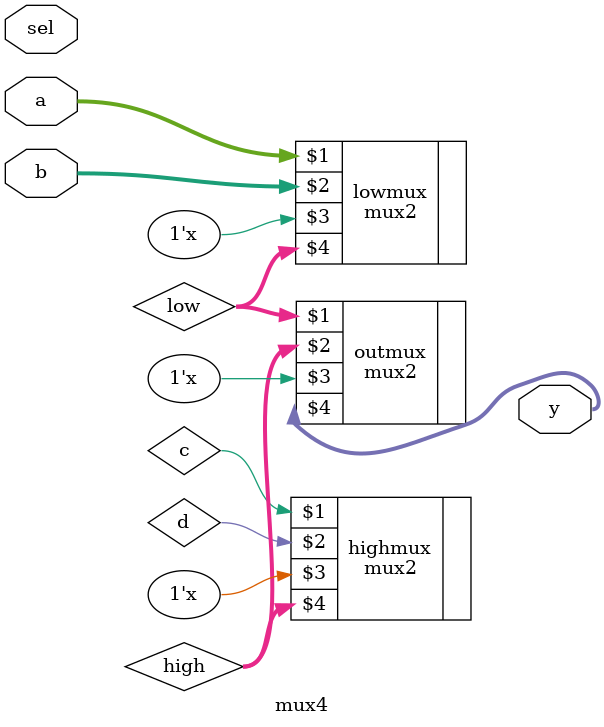
<source format=v>

module mux4(a,b,sel,y);
	input [3:0] a,b;
	input sel;
	output [3:0] y;
	
	wire [3:0] low, high;
	mux2 lowmux(a,b,s[0],low);
	mux2 highmux(c,d,s[0],high);
	mux2 outmux(low,high,s[1],y);
endmodule

//we could have also made this by nesting conditional statements
</source>
